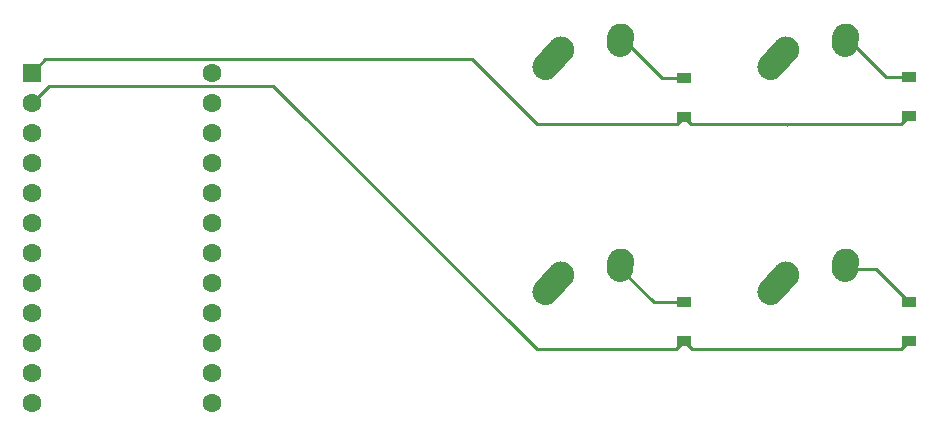
<source format=gbl>
%TF.GenerationSoftware,KiCad,Pcbnew,(5.1.10-1-10_14)*%
%TF.CreationDate,2021-10-08T14:04:21+02:00*%
%TF.ProjectId,lazercut,6c617a65-7263-4757-942e-6b696361645f,rev?*%
%TF.SameCoordinates,Original*%
%TF.FileFunction,Copper,L2,Bot*%
%TF.FilePolarity,Positive*%
%FSLAX46Y46*%
G04 Gerber Fmt 4.6, Leading zero omitted, Abs format (unit mm)*
G04 Created by KiCad (PCBNEW (5.1.10-1-10_14)) date 2021-10-08 14:04:21*
%MOMM*%
%LPD*%
G01*
G04 APERTURE LIST*
%TA.AperFunction,ComponentPad*%
%ADD10C,1.600000*%
%TD*%
%TA.AperFunction,ComponentPad*%
%ADD11R,1.600000X1.600000*%
%TD*%
%TA.AperFunction,ComponentPad*%
%ADD12C,2.250000*%
%TD*%
%TA.AperFunction,SMDPad,CuDef*%
%ADD13R,1.200000X0.900000*%
%TD*%
%TA.AperFunction,Conductor*%
%ADD14C,0.250000*%
%TD*%
G04 APERTURE END LIST*
D10*
%TO.P,U1,24*%
%TO.N,Net-(U1-Pad24)*%
X77470000Y-142398750D03*
%TO.P,U1,23*%
%TO.N,GND*%
X77470000Y-144938750D03*
%TO.P,U1,22*%
%TO.N,Net-(U1-Pad22)*%
X77470000Y-147478750D03*
%TO.P,U1,21*%
%TO.N,+5V*%
X77470000Y-150018750D03*
%TO.P,U1,20*%
%TO.N,Net-(U1-Pad20)*%
X77470000Y-152558750D03*
%TO.P,U1,19*%
%TO.N,Net-(U1-Pad19)*%
X77470000Y-155098750D03*
%TO.P,U1,18*%
%TO.N,Net-(U1-Pad18)*%
X77470000Y-157638750D03*
%TO.P,U1,17*%
%TO.N,Net-(U1-Pad17)*%
X77470000Y-160178750D03*
%TO.P,U1,16*%
%TO.N,Net-(U1-Pad16)*%
X77470000Y-162718750D03*
%TO.P,U1,15*%
%TO.N,Net-(U1-Pad15)*%
X77470000Y-165258750D03*
%TO.P,U1,14*%
%TO.N,Net-(U1-Pad14)*%
X77470000Y-167798750D03*
%TO.P,U1,13*%
%TO.N,Net-(U1-Pad13)*%
X77470000Y-170338750D03*
%TO.P,U1,12*%
%TO.N,Net-(U1-Pad12)*%
X62230000Y-170338750D03*
%TO.P,U1,11*%
%TO.N,Col2*%
X62230000Y-167798750D03*
%TO.P,U1,10*%
%TO.N,Col1*%
X62230000Y-165258750D03*
%TO.P,U1,9*%
%TO.N,Col0*%
X62230000Y-162718750D03*
%TO.P,U1,8*%
%TO.N,Row5*%
X62230000Y-160178750D03*
%TO.P,U1,7*%
%TO.N,Row4*%
X62230000Y-157638750D03*
%TO.P,U1,6*%
%TO.N,Row3*%
X62230000Y-155098750D03*
%TO.P,U1,5*%
%TO.N,Row2*%
X62230000Y-152558750D03*
%TO.P,U1,4*%
%TO.N,GND*%
X62230000Y-150018750D03*
%TO.P,U1,3*%
X62230000Y-147478750D03*
%TO.P,U1,2*%
%TO.N,Row1*%
X62230000Y-144938750D03*
D11*
%TO.P,U1,1*%
%TO.N,Row0*%
X62230000Y-142398750D03*
%TD*%
D12*
%TO.P,MX4,1*%
%TO.N,Col1*%
X126087500Y-159512500D03*
%TA.AperFunction,ComponentPad*%
G36*
G01*
X124026188Y-161809850D02*
X124026183Y-161809845D01*
G75*
G02*
X123940155Y-160221183I751317J837345D01*
G01*
X125250157Y-158761183D01*
G75*
G02*
X126838819Y-158675155I837345J-751317D01*
G01*
X126838819Y-158675155D01*
G75*
G02*
X126924847Y-160263817I-751317J-837345D01*
G01*
X125614845Y-161723817D01*
G75*
G02*
X124026183Y-161809845I-837345J751317D01*
G01*
G37*
%TD.AperFunction*%
%TO.P,MX4,2*%
%TO.N,Net-(D4-Pad2)*%
X131127500Y-158432500D03*
%TA.AperFunction,ComponentPad*%
G36*
G01*
X131010983Y-160134895D02*
X131010097Y-160134834D01*
G75*
G02*
X129965166Y-158935097I77403J1122334D01*
G01*
X130005166Y-158355097D01*
G75*
G02*
X131204903Y-157310166I1122334J-77403D01*
G01*
X131204903Y-157310166D01*
G75*
G02*
X132249834Y-158509903I-77403J-1122334D01*
G01*
X132209834Y-159089903D01*
G75*
G02*
X131010097Y-160134834I-1122334J77403D01*
G01*
G37*
%TD.AperFunction*%
%TD*%
%TO.P,MX3,1*%
%TO.N,Col0*%
X107037500Y-159512500D03*
%TA.AperFunction,ComponentPad*%
G36*
G01*
X104976188Y-161809850D02*
X104976183Y-161809845D01*
G75*
G02*
X104890155Y-160221183I751317J837345D01*
G01*
X106200157Y-158761183D01*
G75*
G02*
X107788819Y-158675155I837345J-751317D01*
G01*
X107788819Y-158675155D01*
G75*
G02*
X107874847Y-160263817I-751317J-837345D01*
G01*
X106564845Y-161723817D01*
G75*
G02*
X104976183Y-161809845I-837345J751317D01*
G01*
G37*
%TD.AperFunction*%
%TO.P,MX3,2*%
%TO.N,Net-(D3-Pad2)*%
X112077500Y-158432500D03*
%TA.AperFunction,ComponentPad*%
G36*
G01*
X111960983Y-160134895D02*
X111960097Y-160134834D01*
G75*
G02*
X110915166Y-158935097I77403J1122334D01*
G01*
X110955166Y-158355097D01*
G75*
G02*
X112154903Y-157310166I1122334J-77403D01*
G01*
X112154903Y-157310166D01*
G75*
G02*
X113199834Y-158509903I-77403J-1122334D01*
G01*
X113159834Y-159089903D01*
G75*
G02*
X111960097Y-160134834I-1122334J77403D01*
G01*
G37*
%TD.AperFunction*%
%TD*%
%TO.P,MX2,1*%
%TO.N,Col1*%
X126087500Y-140462500D03*
%TA.AperFunction,ComponentPad*%
G36*
G01*
X124026188Y-142759850D02*
X124026183Y-142759845D01*
G75*
G02*
X123940155Y-141171183I751317J837345D01*
G01*
X125250157Y-139711183D01*
G75*
G02*
X126838819Y-139625155I837345J-751317D01*
G01*
X126838819Y-139625155D01*
G75*
G02*
X126924847Y-141213817I-751317J-837345D01*
G01*
X125614845Y-142673817D01*
G75*
G02*
X124026183Y-142759845I-837345J751317D01*
G01*
G37*
%TD.AperFunction*%
%TO.P,MX2,2*%
%TO.N,Net-(D2-Pad2)*%
X131127500Y-139382500D03*
%TA.AperFunction,ComponentPad*%
G36*
G01*
X131010983Y-141084895D02*
X131010097Y-141084834D01*
G75*
G02*
X129965166Y-139885097I77403J1122334D01*
G01*
X130005166Y-139305097D01*
G75*
G02*
X131204903Y-138260166I1122334J-77403D01*
G01*
X131204903Y-138260166D01*
G75*
G02*
X132249834Y-139459903I-77403J-1122334D01*
G01*
X132209834Y-140039903D01*
G75*
G02*
X131010097Y-141084834I-1122334J77403D01*
G01*
G37*
%TD.AperFunction*%
%TD*%
%TO.P,MX1,1*%
%TO.N,Col0*%
X107037500Y-140462500D03*
%TA.AperFunction,ComponentPad*%
G36*
G01*
X104976188Y-142759850D02*
X104976183Y-142759845D01*
G75*
G02*
X104890155Y-141171183I751317J837345D01*
G01*
X106200157Y-139711183D01*
G75*
G02*
X107788819Y-139625155I837345J-751317D01*
G01*
X107788819Y-139625155D01*
G75*
G02*
X107874847Y-141213817I-751317J-837345D01*
G01*
X106564845Y-142673817D01*
G75*
G02*
X104976183Y-142759845I-837345J751317D01*
G01*
G37*
%TD.AperFunction*%
%TO.P,MX1,2*%
%TO.N,Net-(D1-Pad2)*%
X112077500Y-139382500D03*
%TA.AperFunction,ComponentPad*%
G36*
G01*
X111960983Y-141084895D02*
X111960097Y-141084834D01*
G75*
G02*
X110915166Y-139885097I77403J1122334D01*
G01*
X110955166Y-139305097D01*
G75*
G02*
X112154903Y-138260166I1122334J-77403D01*
G01*
X112154903Y-138260166D01*
G75*
G02*
X113199834Y-139459903I-77403J-1122334D01*
G01*
X113159834Y-140039903D01*
G75*
G02*
X111960097Y-141084834I-1122334J77403D01*
G01*
G37*
%TD.AperFunction*%
%TD*%
D13*
%TO.P,D4,2*%
%TO.N,Net-(D4-Pad2)*%
X136525000Y-161862500D03*
%TO.P,D4,1*%
%TO.N,Row1*%
X136525000Y-165162500D03*
%TD*%
%TO.P,D3,2*%
%TO.N,Net-(D3-Pad2)*%
X117475000Y-161862500D03*
%TO.P,D3,1*%
%TO.N,Row1*%
X117475000Y-165162500D03*
%TD*%
%TO.P,D2,2*%
%TO.N,Net-(D2-Pad2)*%
X136525000Y-142812500D03*
%TO.P,D2,1*%
%TO.N,Row0*%
X136525000Y-146112500D03*
%TD*%
%TO.P,D1,2*%
%TO.N,Net-(D1-Pad2)*%
X117475000Y-142875000D03*
%TO.P,D1,1*%
%TO.N,Row0*%
X117475000Y-146175000D03*
%TD*%
D14*
%TO.N,Net-(D1-Pad2)*%
X115570000Y-142875000D02*
X112077500Y-139382500D01*
X117475000Y-142875000D02*
X115570000Y-142875000D01*
%TO.N,Row0*%
X136525000Y-146112500D02*
X135856099Y-146781401D01*
X126143901Y-146781401D02*
X126206250Y-146843750D01*
X135856099Y-146781401D02*
X126143901Y-146781401D01*
X118081401Y-146781401D02*
X117475000Y-146175000D01*
X126143901Y-146781401D02*
X118081401Y-146781401D01*
X116868599Y-146781401D02*
X117475000Y-146175000D01*
X105000399Y-146781401D02*
X116868599Y-146781401D01*
X99492747Y-141273749D02*
X105000399Y-146781401D01*
X63355001Y-141273749D02*
X99492747Y-141273749D01*
X62230000Y-142398750D02*
X63355001Y-141273749D01*
%TO.N,Net-(D2-Pad2)*%
X134557500Y-142812500D02*
X131127500Y-139382500D01*
X136525000Y-142812500D02*
X134557500Y-142812500D01*
%TO.N,Net-(D3-Pad2)*%
X114887500Y-161862500D02*
X112037500Y-159012500D01*
X117475000Y-161862500D02*
X114887500Y-161862500D01*
%TO.N,Row1*%
X118143901Y-165831401D02*
X117475000Y-165162500D01*
X135856099Y-165831401D02*
X118143901Y-165831401D01*
X136525000Y-165162500D02*
X135856099Y-165831401D01*
X116806099Y-165831401D02*
X117475000Y-165162500D01*
X82692749Y-143523751D02*
X105000399Y-165831401D01*
X105000399Y-165831401D02*
X116806099Y-165831401D01*
X63644999Y-143523751D02*
X82692749Y-143523751D01*
X62230000Y-144938750D02*
X63644999Y-143523751D01*
%TO.N,Net-(D4-Pad2)*%
X133675000Y-159012500D02*
X136525000Y-161862500D01*
X131087500Y-159012500D02*
X133675000Y-159012500D01*
%TD*%
M02*

</source>
